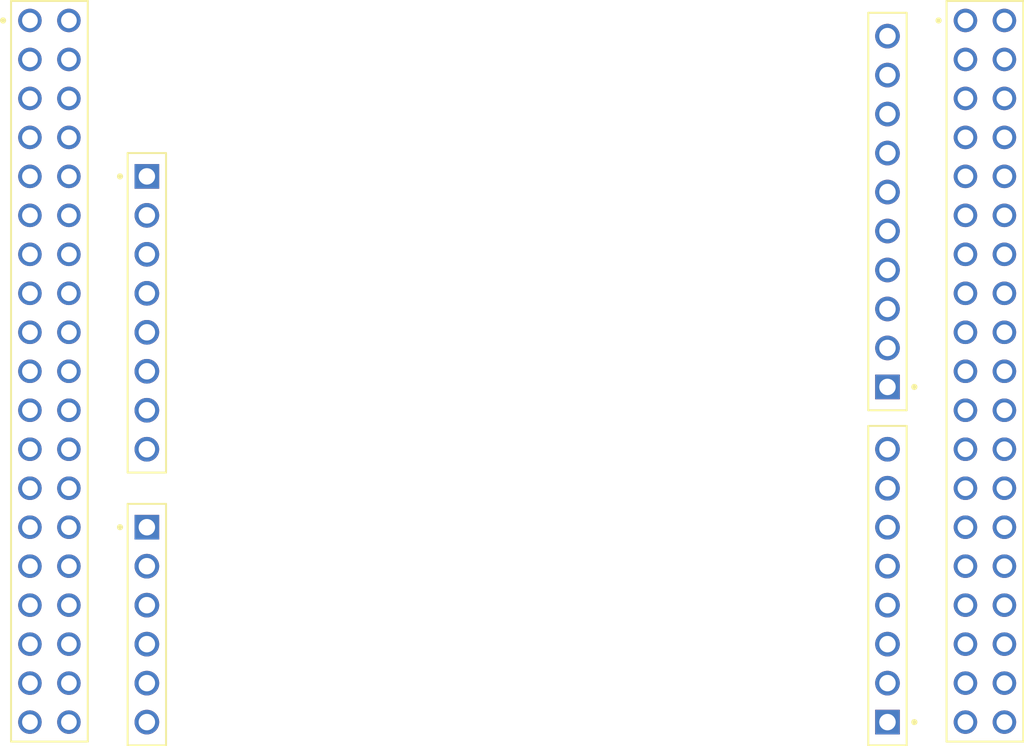
<source format=kicad_pcb>
(kicad_pcb (version 20171130) (host pcbnew 5.1.4)

  (general
    (thickness 1.6)
    (drawings 0)
    (tracks 0)
    (zones 0)
    (modules 1)
    (nets 65)
  )

  (page A4)
  (layers
    (0 F.Cu signal)
    (31 B.Cu signal)
    (32 B.Adhes user)
    (33 F.Adhes user)
    (34 B.Paste user)
    (35 F.Paste user)
    (36 B.SilkS user)
    (37 F.SilkS user)
    (38 B.Mask user)
    (39 F.Mask user)
    (40 Dwgs.User user)
    (41 Cmts.User user)
    (42 Eco1.User user)
    (43 Eco2.User user)
    (44 Edge.Cuts user)
    (45 Margin user)
    (46 B.CrtYd user)
    (47 F.CrtYd user)
    (48 B.Fab user)
    (49 F.Fab user)
  )

  (setup
    (last_trace_width 0.25)
    (trace_clearance 0.2)
    (zone_clearance 0.508)
    (zone_45_only no)
    (trace_min 0.2)
    (via_size 0.8)
    (via_drill 0.4)
    (via_min_size 0.4)
    (via_min_drill 0.3)
    (uvia_size 0.3)
    (uvia_drill 0.1)
    (uvias_allowed no)
    (uvia_min_size 0.2)
    (uvia_min_drill 0.1)
    (edge_width 0.05)
    (segment_width 0.2)
    (pcb_text_width 0.3)
    (pcb_text_size 1.5 1.5)
    (mod_edge_width 0.12)
    (mod_text_size 1 1)
    (mod_text_width 0.15)
    (pad_size 1.7 1.7)
    (pad_drill 1)
    (pad_to_mask_clearance 0.051)
    (solder_mask_min_width 0.25)
    (aux_axis_origin 0 0)
    (visible_elements FFFFFF7F)
    (pcbplotparams
      (layerselection 0x010fc_ffffffff)
      (usegerberextensions false)
      (usegerberattributes false)
      (usegerberadvancedattributes false)
      (creategerberjobfile false)
      (excludeedgelayer true)
      (linewidth 0.100000)
      (plotframeref false)
      (viasonmask false)
      (mode 1)
      (useauxorigin false)
      (hpglpennumber 1)
      (hpglpenspeed 20)
      (hpglpendiameter 15.000000)
      (psnegative false)
      (psa4output false)
      (plotreference true)
      (plotvalue true)
      (plotinvisibletext false)
      (padsonsilk false)
      (subtractmaskfromsilk false)
      (outputformat 1)
      (mirror false)
      (drillshape 0)
      (scaleselection 1)
      (outputdirectory "gerber/"))
  )

  (net 0 "")
  (net 1 GND)
  (net 2 PC0)
  (net 3 PC1)
  (net 4 PC2)
  (net 5 PB0)
  (net 6 VBAT)
  (net 7 PA4)
  (net 8 PH1)
  (net 9 PA1)
  (net 10 PH0)
  (net 11 PA0)
  (net 12 PC15)
  (net 13 PC14)
  (net 14 VIN)
  (net 15 PC13)
  (net 16 PB7)
  (net 17 5V)
  (net 18 PA15)
  (net 19 3V3)
  (net 20 PA14)
  (net 21 PA13)
  (net 22 IOREF)
  (net 23 BOOT0)
  (net 24 VDD)
  (net 25 PD2)
  (net 26 PC12)
  (net 27 PC11)
  (net 28 PC3)
  (net 29 PC10)
  (net 30 PA2)
  (net 31 PC4)
  (net 32 PA10)
  (net 33 AGND)
  (net 34 PB3)
  (net 35 PB13)
  (net 36 PB5)
  (net 37 PB14)
  (net 38 PB4)
  (net 39 PB15)
  (net 40 PB10)
  (net 41 PB1)
  (net 42 PA8)
  (net 43 PB2)
  (net 44 PA9)
  (net 45 PC7)
  (net 46 PB6)
  (net 47 PB12)
  (net 48 PA7)
  (net 49 PA11)
  (net 50 PA6)
  (net 51 PA12)
  (net 52 PA5)
  (net 53 AVDD)
  (net 54 PC5)
  (net 55 PB9)
  (net 56 PC6)
  (net 57 PB8)
  (net 58 PC8)
  (net 59 PA3)
  (net 60 PC9)
  (net 61 NRST)
  (net 62 U5V)
  (net 63 PB11)
  (net 64 E5V)

  (net_class Default "This is the default net class."
    (clearance 0.2)
    (trace_width 0.25)
    (via_dia 0.8)
    (via_drill 0.4)
    (uvia_dia 0.3)
    (uvia_drill 0.1)
    (add_net 3V3)
    (add_net 5V)
    (add_net AGND)
    (add_net AVDD)
    (add_net BOOT0)
    (add_net E5V)
    (add_net GND)
    (add_net IOREF)
    (add_net NRST)
    (add_net PA0)
    (add_net PA1)
    (add_net PA10)
    (add_net PA11)
    (add_net PA12)
    (add_net PA13)
    (add_net PA14)
    (add_net PA15)
    (add_net PA2)
    (add_net PA3)
    (add_net PA4)
    (add_net PA5)
    (add_net PA6)
    (add_net PA7)
    (add_net PA8)
    (add_net PA9)
    (add_net PB0)
    (add_net PB1)
    (add_net PB10)
    (add_net PB11)
    (add_net PB12)
    (add_net PB13)
    (add_net PB14)
    (add_net PB15)
    (add_net PB2)
    (add_net PB3)
    (add_net PB4)
    (add_net PB5)
    (add_net PB6)
    (add_net PB7)
    (add_net PB8)
    (add_net PB9)
    (add_net PC0)
    (add_net PC1)
    (add_net PC10)
    (add_net PC11)
    (add_net PC12)
    (add_net PC13)
    (add_net PC14)
    (add_net PC15)
    (add_net PC2)
    (add_net PC3)
    (add_net PC4)
    (add_net PC5)
    (add_net PC6)
    (add_net PC7)
    (add_net PC8)
    (add_net PC9)
    (add_net PD2)
    (add_net PH0)
    (add_net PH1)
    (add_net U5V)
    (add_net VBAT)
    (add_net VDD)
    (add_net VIN)
  )

  (module NUCLEO-F401RE:ST_NUCLEO-F401RE (layer F.Cu) (tedit 5DBDEEA4) (tstamp 5DBDE031)
    (at 152.146 86.614)
    (path /5DBFAB82)
    (fp_text reference A1 (at -0.162 0.6) (layer F.SilkS) hide
      (effects (font (size 1 1) (thickness 0.05)))
    )
    (fp_text value NUCLEO-F401RE (at -31.825 40.635) (layer F.SilkS) hide
      (effects (font (size 1 1) (thickness 0.05)))
    )
    (fp_line (start -25.38 -0.87) (end -25.38 19.95) (layer F.SilkS) (width 0.127))
    (fp_line (start -25.38 19.95) (end -22.88 19.95) (layer F.SilkS) (width 0.127))
    (fp_line (start -22.88 19.95) (end -22.88 -0.87) (layer F.SilkS) (width 0.127))
    (fp_line (start -22.88 -0.87) (end -25.38 -0.87) (layer F.SilkS) (width 0.127))
    (fp_line (start -25.38 -0.87) (end -25.38 19.95) (layer Eco2.User) (width 0.127))
    (fp_line (start -25.38 19.95) (end -22.88 19.95) (layer Eco2.User) (width 0.127))
    (fp_line (start -22.88 19.95) (end -22.88 -0.87) (layer Eco2.User) (width 0.127))
    (fp_line (start -22.88 -0.87) (end -25.38 -0.87) (layer Eco2.User) (width 0.127))
    (fp_circle (center -25.88 0.65) (end -25.78 0.65) (layer Eco2.User) (width 0.2))
    (fp_circle (center -25.88 0.65) (end -25.78 0.65) (layer F.SilkS) (width 0.2))
    (fp_line (start 25.38 37.73) (end 25.38 16.91) (layer F.SilkS) (width 0.127))
    (fp_line (start 25.38 16.91) (end 22.88 16.91) (layer F.SilkS) (width 0.127))
    (fp_line (start 22.88 16.91) (end 22.88 37.73) (layer F.SilkS) (width 0.127))
    (fp_line (start 22.88 37.73) (end 25.38 37.73) (layer F.SilkS) (width 0.127))
    (fp_line (start 25.38 37.73) (end 25.38 16.91) (layer Eco2.User) (width 0.127))
    (fp_line (start 25.38 16.91) (end 22.88 16.91) (layer Eco2.User) (width 0.127))
    (fp_line (start 22.88 16.91) (end 22.88 37.73) (layer Eco2.User) (width 0.127))
    (fp_line (start 22.88 37.73) (end 25.38 37.73) (layer Eco2.User) (width 0.127))
    (fp_circle (center 25.88 36.21) (end 25.98 36.21) (layer Eco2.User) (width 0.2))
    (fp_circle (center 25.88 36.21) (end 25.98 36.21) (layer F.SilkS) (width 0.2))
    (fp_line (start -25.38 21.99) (end -25.38 37.73) (layer F.SilkS) (width 0.127))
    (fp_line (start -25.38 37.73) (end -22.88 37.73) (layer F.SilkS) (width 0.127))
    (fp_line (start -22.88 37.73) (end -22.88 21.99) (layer F.SilkS) (width 0.127))
    (fp_line (start -22.88 21.99) (end -25.38 21.99) (layer F.SilkS) (width 0.127))
    (fp_line (start -25.38 21.99) (end -25.38 37.73) (layer Eco2.User) (width 0.127))
    (fp_line (start -25.38 37.73) (end -22.88 37.73) (layer Eco2.User) (width 0.127))
    (fp_line (start -22.88 37.73) (end -22.88 21.99) (layer Eco2.User) (width 0.127))
    (fp_line (start -22.88 21.99) (end -25.38 21.99) (layer Eco2.User) (width 0.127))
    (fp_circle (center -25.88 23.51) (end -25.78 23.51) (layer Eco2.User) (width 0.2))
    (fp_circle (center -25.88 23.51) (end -25.78 23.51) (layer F.SilkS) (width 0.2))
    (fp_line (start 25.38 15.89) (end 25.38 -10.01) (layer F.SilkS) (width 0.127))
    (fp_line (start 25.38 -10.01) (end 22.88 -10.01) (layer F.SilkS) (width 0.127))
    (fp_line (start 22.88 -10.01) (end 22.88 15.89) (layer F.SilkS) (width 0.127))
    (fp_line (start 22.88 15.89) (end 25.38 15.89) (layer F.SilkS) (width 0.127))
    (fp_line (start 25.38 15.89) (end 25.38 -10.01) (layer Eco2.User) (width 0.127))
    (fp_line (start 25.38 -10.01) (end 22.88 -10.01) (layer Eco2.User) (width 0.127))
    (fp_line (start 22.88 -10.01) (end 22.88 15.89) (layer Eco2.User) (width 0.127))
    (fp_line (start 22.88 15.89) (end 25.38 15.89) (layer Eco2.User) (width 0.127))
    (fp_circle (center 25.88 14.37) (end 25.98 14.37) (layer Eco2.User) (width 0.2))
    (fp_circle (center 25.88 14.37) (end 25.98 14.37) (layer F.SilkS) (width 0.2))
    (fp_line (start 27.98 -10.78) (end 27.98 37.48) (layer Eco2.User) (width 0.127))
    (fp_line (start 27.98 37.48) (end 32.98 37.48) (layer Eco2.User) (width 0.127))
    (fp_line (start 32.98 37.48) (end 32.98 -10.78) (layer Eco2.User) (width 0.127))
    (fp_line (start 32.98 -10.78) (end 27.98 -10.78) (layer Eco2.User) (width 0.127))
    (fp_line (start 27.98 -10.78) (end 27.98 37.48) (layer F.SilkS) (width 0.127))
    (fp_line (start 27.98 37.48) (end 32.98 37.48) (layer F.SilkS) (width 0.127))
    (fp_line (start 32.98 37.48) (end 32.98 -10.78) (layer F.SilkS) (width 0.127))
    (fp_line (start 32.98 -10.78) (end 27.98 -10.78) (layer F.SilkS) (width 0.127))
    (fp_line (start -32.98 -10.78) (end -32.98 37.48) (layer Eco2.User) (width 0.127))
    (fp_line (start -32.98 37.48) (end -27.98 37.48) (layer Eco2.User) (width 0.127))
    (fp_line (start -27.98 37.48) (end -27.98 -10.78) (layer Eco2.User) (width 0.127))
    (fp_line (start -27.98 -10.78) (end -32.98 -10.78) (layer Eco2.User) (width 0.127))
    (fp_line (start -32.98 -10.78) (end -32.98 37.48) (layer F.SilkS) (width 0.127))
    (fp_line (start -32.98 37.48) (end -27.98 37.48) (layer F.SilkS) (width 0.127))
    (fp_line (start -27.98 37.48) (end -27.98 -10.78) (layer F.SilkS) (width 0.127))
    (fp_line (start -27.98 -10.78) (end -32.98 -10.78) (layer F.SilkS) (width 0.127))
    (fp_circle (center -33.5 -9.51) (end -33.4 -9.51) (layer F.SilkS) (width 0.2))
    (fp_circle (center -33.5 -9.51) (end -33.4 -9.51) (layer Eco2.User) (width 0.2))
    (fp_circle (center 27.46 -9.51) (end 27.56 -9.51) (layer Eco2.User) (width 0.2))
    (fp_circle (center 27.46 -9.51) (end 27.56 -9.51) (layer F.SilkS) (width 0.2))
    (pad CN7_1 thru_hole circle (at -31.75 -9.51) (size 1.53 1.53) (drill 1.02) (layers *.Cu *.Mask)
      (net 29 PC10))
    (pad CN7_37 thru_hole circle (at -31.75 36.21) (size 1.53 1.53) (drill 1.02) (layers *.Cu *.Mask)
      (net 28 PC3))
    (pad CN7_2 thru_hole circle (at -29.21 -9.51) (size 1.53 1.53) (drill 1.02) (layers *.Cu *.Mask)
      (net 27 PC11))
    (pad CN7_3 thru_hole circle (at -31.75 -6.97) (size 1.53 1.53) (drill 1.02) (layers *.Cu *.Mask)
      (net 26 PC12))
    (pad CN7_4 thru_hole circle (at -29.21 -6.97) (size 1.53 1.53) (drill 1.02) (layers *.Cu *.Mask)
      (net 25 PD2))
    (pad CN7_5 thru_hole circle (at -31.75 -4.43) (size 1.53 1.53) (drill 1.02) (layers *.Cu *.Mask)
      (net 24 VDD))
    (pad CN7_6 thru_hole circle (at -29.21 -4.43) (size 1.53 1.53) (drill 1.02) (layers *.Cu *.Mask)
      (net 64 E5V))
    (pad CN7_7 thru_hole circle (at -31.75 -1.89) (size 1.53 1.53) (drill 1.02) (layers *.Cu *.Mask)
      (net 23 BOOT0))
    (pad CN7_8 thru_hole circle (at -29.21 -1.89) (size 1.53 1.53) (drill 1.02) (layers *.Cu *.Mask)
      (net 1 GND))
    (pad CN7_9 thru_hole circle (at -31.75 0.65) (size 1.53 1.53) (drill 1.02) (layers *.Cu *.Mask))
    (pad CN7_10 thru_hole circle (at -29.21 0.65) (size 1.53 1.53) (drill 1.02) (layers *.Cu *.Mask))
    (pad CN7_11 thru_hole circle (at -31.75 3.19) (size 1.53 1.53) (drill 1.02) (layers *.Cu *.Mask))
    (pad CN7_12 thru_hole circle (at -29.21 3.19) (size 1.53 1.53) (drill 1.02) (layers *.Cu *.Mask)
      (net 22 IOREF))
    (pad CN7_13 thru_hole circle (at -31.75 5.73) (size 1.53 1.53) (drill 1.02) (layers *.Cu *.Mask)
      (net 21 PA13))
    (pad CN7_14 thru_hole circle (at -29.21 5.73) (size 1.53 1.53) (drill 1.02) (layers *.Cu *.Mask)
      (net 61 NRST))
    (pad CN7_15 thru_hole circle (at -31.75 8.27) (size 1.53 1.53) (drill 1.02) (layers *.Cu *.Mask)
      (net 20 PA14))
    (pad CN7_16 thru_hole circle (at -29.21 8.27) (size 1.53 1.53) (drill 1.02) (layers *.Cu *.Mask)
      (net 19 3V3))
    (pad CN7_17 thru_hole circle (at -31.75 10.81) (size 1.53 1.53) (drill 1.02) (layers *.Cu *.Mask)
      (net 18 PA15))
    (pad CN7_18 thru_hole circle (at -29.21 10.81) (size 1.53 1.53) (drill 1.02) (layers *.Cu *.Mask)
      (net 17 5V))
    (pad CN7_19 thru_hole circle (at -31.75 13.35) (size 1.53 1.53) (drill 1.02) (layers *.Cu *.Mask)
      (net 1 GND))
    (pad CN7_20 thru_hole circle (at -29.21 13.35) (size 1.53 1.53) (drill 1.02) (layers *.Cu *.Mask)
      (net 1 GND))
    (pad CN7_21 thru_hole circle (at -31.75 15.89) (size 1.53 1.53) (drill 1.02) (layers *.Cu *.Mask)
      (net 16 PB7))
    (pad CN7_22 thru_hole circle (at -29.21 15.89) (size 1.53 1.53) (drill 1.02) (layers *.Cu *.Mask)
      (net 1 GND))
    (pad CN7_23 thru_hole circle (at -31.75 18.43) (size 1.53 1.53) (drill 1.02) (layers *.Cu *.Mask)
      (net 15 PC13))
    (pad CN7_24 thru_hole circle (at -29.21 18.43) (size 1.53 1.53) (drill 1.02) (layers *.Cu *.Mask)
      (net 14 VIN))
    (pad CN7_25 thru_hole circle (at -31.75 20.97) (size 1.53 1.53) (drill 1.02) (layers *.Cu *.Mask)
      (net 13 PC14))
    (pad CN7_26 thru_hole circle (at -29.21 20.97) (size 1.53 1.53) (drill 1.02) (layers *.Cu *.Mask))
    (pad CN7_27 thru_hole circle (at -31.75 23.51) (size 1.53 1.53) (drill 1.02) (layers *.Cu *.Mask)
      (net 12 PC15))
    (pad CN7_28 thru_hole circle (at -29.21 23.51) (size 1.53 1.53) (drill 1.02) (layers *.Cu *.Mask)
      (net 11 PA0))
    (pad CN7_29 thru_hole circle (at -31.75 26.05) (size 1.53 1.53) (drill 1.02) (layers *.Cu *.Mask)
      (net 10 PH0))
    (pad CN7_30 thru_hole circle (at -29.21 26.05) (size 1.53 1.53) (drill 1.02) (layers *.Cu *.Mask)
      (net 9 PA1))
    (pad CN7_31 thru_hole circle (at -31.75 28.59) (size 1.53 1.53) (drill 1.02) (layers *.Cu *.Mask)
      (net 8 PH1))
    (pad CN7_32 thru_hole circle (at -29.21 28.59) (size 1.53 1.53) (drill 1.02) (layers *.Cu *.Mask)
      (net 7 PA4))
    (pad CN7_33 thru_hole circle (at -31.75 31.13) (size 1.53 1.53) (drill 1.02) (layers *.Cu *.Mask)
      (net 6 VBAT))
    (pad CN7_34 thru_hole circle (at -29.21 31.13) (size 1.53 1.53) (drill 1.02) (layers *.Cu *.Mask)
      (net 5 PB0))
    (pad CN7_35 thru_hole circle (at -31.75 33.67) (size 1.53 1.53) (drill 1.02) (layers *.Cu *.Mask)
      (net 4 PC2))
    (pad CN7_36 thru_hole circle (at -29.21 33.67) (size 1.53 1.53) (drill 1.02) (layers *.Cu *.Mask)
      (net 3 PC1))
    (pad CN7_38 thru_hole circle (at -29.21 36.21) (size 1.53 1.53) (drill 1.02) (layers *.Cu *.Mask)
      (net 2 PC0))
    (pad CN10_1 thru_hole circle (at 29.21 -9.51) (size 1.53 1.53) (drill 1.02) (layers *.Cu *.Mask)
      (net 60 PC9))
    (pad CN10_37 thru_hole circle (at 29.21 36.21) (size 1.53 1.53) (drill 1.02) (layers *.Cu *.Mask)
      (net 59 PA3))
    (pad CN10_2 thru_hole circle (at 31.75 -9.51) (size 1.53 1.53) (drill 1.02) (layers *.Cu *.Mask)
      (net 58 PC8))
    (pad CN10_3 thru_hole circle (at 29.21 -6.97) (size 1.53 1.53) (drill 1.02) (layers *.Cu *.Mask)
      (net 57 PB8))
    (pad CN10_4 thru_hole circle (at 31.75 -6.97) (size 1.53 1.53) (drill 1.02) (layers *.Cu *.Mask)
      (net 56 PC6))
    (pad CN10_5 thru_hole circle (at 29.21 -4.43) (size 1.53 1.53) (drill 1.02) (layers *.Cu *.Mask)
      (net 55 PB9))
    (pad CN10_6 thru_hole circle (at 31.75 -4.43) (size 1.53 1.53) (drill 1.02) (layers *.Cu *.Mask)
      (net 54 PC5))
    (pad CN10_7 thru_hole circle (at 29.21 -1.89) (size 1.53 1.53) (drill 1.02) (layers *.Cu *.Mask)
      (net 53 AVDD))
    (pad CN10_8 thru_hole circle (at 31.75 -1.89) (size 1.53 1.53) (drill 1.02) (layers *.Cu *.Mask)
      (net 62 U5V))
    (pad CN10_9 thru_hole circle (at 29.21 0.65) (size 1.53 1.53) (drill 1.02) (layers *.Cu *.Mask)
      (net 1 GND))
    (pad CN10_10 thru_hole circle (at 31.75 0.65) (size 1.53 1.53) (drill 1.02) (layers *.Cu *.Mask))
    (pad CN10_11 thru_hole circle (at 29.21 3.19) (size 1.53 1.53) (drill 1.02) (layers *.Cu *.Mask)
      (net 52 PA5))
    (pad CN10_12 thru_hole circle (at 31.75 3.19) (size 1.53 1.53) (drill 1.02) (layers *.Cu *.Mask)
      (net 51 PA12))
    (pad CN10_13 thru_hole circle (at 29.21 5.73) (size 1.53 1.53) (drill 1.02) (layers *.Cu *.Mask)
      (net 50 PA6))
    (pad CN10_14 thru_hole circle (at 31.75 5.73) (size 1.53 1.53) (drill 1.02) (layers *.Cu *.Mask)
      (net 49 PA11))
    (pad CN10_15 thru_hole circle (at 29.21 8.27) (size 1.53 1.53) (drill 1.02) (layers *.Cu *.Mask)
      (net 48 PA7))
    (pad CN10_16 thru_hole circle (at 31.75 8.27) (size 1.53 1.53) (drill 1.02) (layers *.Cu *.Mask)
      (net 47 PB12))
    (pad CN10_17 thru_hole circle (at 29.21 10.81) (size 1.53 1.53) (drill 1.02) (layers *.Cu *.Mask)
      (net 46 PB6))
    (pad CN10_18 thru_hole circle (at 31.75 10.81) (size 1.53 1.53) (drill 1.02) (layers *.Cu *.Mask)
      (net 63 PB11))
    (pad CN10_19 thru_hole circle (at 29.21 13.35) (size 1.53 1.53) (drill 1.02) (layers *.Cu *.Mask)
      (net 45 PC7))
    (pad CN10_20 thru_hole circle (at 31.75 13.35) (size 1.53 1.53) (drill 1.02) (layers *.Cu *.Mask)
      (net 1 GND))
    (pad CN10_21 thru_hole circle (at 29.21 15.89) (size 1.53 1.53) (drill 1.02) (layers *.Cu *.Mask)
      (net 44 PA9))
    (pad CN10_22 thru_hole circle (at 31.75 15.89) (size 1.53 1.53) (drill 1.02) (layers *.Cu *.Mask)
      (net 43 PB2))
    (pad CN10_23 thru_hole circle (at 29.21 18.43) (size 1.53 1.53) (drill 1.02) (layers *.Cu *.Mask)
      (net 42 PA8))
    (pad CN10_24 thru_hole circle (at 31.75 18.43) (size 1.53 1.53) (drill 1.02) (layers *.Cu *.Mask)
      (net 41 PB1))
    (pad CN10_25 thru_hole circle (at 29.21 20.97) (size 1.53 1.53) (drill 1.02) (layers *.Cu *.Mask)
      (net 40 PB10))
    (pad CN10_26 thru_hole circle (at 31.75 20.97) (size 1.53 1.53) (drill 1.02) (layers *.Cu *.Mask)
      (net 39 PB15))
    (pad CN10_27 thru_hole circle (at 29.21 23.51) (size 1.53 1.53) (drill 1.02) (layers *.Cu *.Mask)
      (net 38 PB4))
    (pad CN10_28 thru_hole circle (at 31.75 23.51) (size 1.53 1.53) (drill 1.02) (layers *.Cu *.Mask)
      (net 37 PB14))
    (pad CN10_29 thru_hole circle (at 29.21 26.05) (size 1.53 1.53) (drill 1.02) (layers *.Cu *.Mask)
      (net 36 PB5))
    (pad CN10_30 thru_hole circle (at 31.75 26.05) (size 1.53 1.53) (drill 1.02) (layers *.Cu *.Mask)
      (net 35 PB13))
    (pad CN10_31 thru_hole circle (at 29.21 28.59) (size 1.53 1.53) (drill 1.02) (layers *.Cu *.Mask)
      (net 34 PB3))
    (pad CN10_32 thru_hole circle (at 31.75 28.59) (size 1.53 1.53) (drill 1.02) (layers *.Cu *.Mask)
      (net 33 AGND))
    (pad CN10_33 thru_hole circle (at 29.21 31.13) (size 1.53 1.53) (drill 1.02) (layers *.Cu *.Mask)
      (net 32 PA10))
    (pad CN10_34 thru_hole circle (at 31.75 31.13) (size 1.53 1.53) (drill 1.02) (layers *.Cu *.Mask)
      (net 31 PC4))
    (pad CN10_35 thru_hole circle (at 29.21 33.67) (size 1.53 1.53) (drill 1.02) (layers *.Cu *.Mask)
      (net 30 PA2))
    (pad CN10_36 thru_hole circle (at 31.75 33.67) (size 1.53 1.53) (drill 1.02) (layers *.Cu *.Mask))
    (pad CN10_38 thru_hole circle (at 31.75 36.21) (size 1.53 1.53) (drill 1.02) (layers *.Cu *.Mask))
    (pad CN6_1 thru_hole rect (at -24.13 0.65) (size 1.605 1.605) (drill 1.07) (layers *.Cu *.Mask))
    (pad CN6_2 thru_hole circle (at -24.13 3.19) (size 1.605 1.605) (drill 1.07) (layers *.Cu *.Mask))
    (pad CN6_3 thru_hole circle (at -24.13 5.73) (size 1.605 1.605) (drill 1.07) (layers *.Cu *.Mask))
    (pad CN6_4 thru_hole circle (at -24.13 8.27) (size 1.605 1.605) (drill 1.07) (layers *.Cu *.Mask))
    (pad CN6_5 thru_hole circle (at -24.13 10.81) (size 1.605 1.605) (drill 1.07) (layers *.Cu *.Mask))
    (pad CN6_6 thru_hole circle (at -24.13 13.35) (size 1.605 1.605) (drill 1.07) (layers *.Cu *.Mask))
    (pad CN6_7 thru_hole circle (at -24.13 15.89) (size 1.605 1.605) (drill 1.07) (layers *.Cu *.Mask))
    (pad CN6_8 thru_hole circle (at -24.13 18.43) (size 1.605 1.605) (drill 1.07) (layers *.Cu *.Mask))
    (pad CN9_1 thru_hole rect (at 24.13 36.21 180) (size 1.605 1.605) (drill 1.07) (layers *.Cu *.Mask))
    (pad CN9_2 thru_hole circle (at 24.13 33.67 180) (size 1.605 1.605) (drill 1.07) (layers *.Cu *.Mask))
    (pad CN9_3 thru_hole circle (at 24.13 31.13 180) (size 1.605 1.605) (drill 1.07) (layers *.Cu *.Mask))
    (pad CN9_4 thru_hole circle (at 24.13 28.59 180) (size 1.605 1.605) (drill 1.07) (layers *.Cu *.Mask))
    (pad CN9_5 thru_hole circle (at 24.13 26.05 180) (size 1.605 1.605) (drill 1.07) (layers *.Cu *.Mask))
    (pad CN9_6 thru_hole circle (at 24.13 23.51 180) (size 1.605 1.605) (drill 1.07) (layers *.Cu *.Mask))
    (pad CN9_7 thru_hole circle (at 24.13 20.97 180) (size 1.605 1.605) (drill 1.07) (layers *.Cu *.Mask))
    (pad CN9_8 thru_hole circle (at 24.13 18.43 180) (size 1.605 1.605) (drill 1.07) (layers *.Cu *.Mask))
    (pad CN8_1 thru_hole rect (at -24.13 23.51) (size 1.605 1.605) (drill 1.07) (layers *.Cu *.Mask))
    (pad CN8_2 thru_hole circle (at -24.13 26.05) (size 1.605 1.605) (drill 1.07) (layers *.Cu *.Mask))
    (pad CN8_3 thru_hole circle (at -24.13 28.59) (size 1.605 1.605) (drill 1.07) (layers *.Cu *.Mask))
    (pad CN8_4 thru_hole circle (at -24.13 31.13) (size 1.605 1.605) (drill 1.07) (layers *.Cu *.Mask))
    (pad CN8_5 thru_hole circle (at -24.13 33.67) (size 1.605 1.605) (drill 1.07) (layers *.Cu *.Mask))
    (pad CN8_6 thru_hole circle (at -24.13 36.21) (size 1.605 1.605) (drill 1.07) (layers *.Cu *.Mask))
    (pad CN5_1 thru_hole rect (at 24.13 14.37 180) (size 1.605 1.605) (drill 1.07) (layers *.Cu *.Mask))
    (pad CN5_2 thru_hole circle (at 24.13 11.83 180) (size 1.605 1.605) (drill 1.07) (layers *.Cu *.Mask))
    (pad CN5_3 thru_hole circle (at 24.13 9.29 180) (size 1.605 1.605) (drill 1.07) (layers *.Cu *.Mask))
    (pad CN5_4 thru_hole circle (at 24.13 6.75 180) (size 1.605 1.605) (drill 1.07) (layers *.Cu *.Mask))
    (pad CN5_5 thru_hole circle (at 24.13 4.21 180) (size 1.605 1.605) (drill 1.07) (layers *.Cu *.Mask))
    (pad CN5_6 thru_hole circle (at 24.13 1.67 180) (size 1.605 1.605) (drill 1.07) (layers *.Cu *.Mask))
    (pad CN5_7 thru_hole circle (at 24.13 -0.87 180) (size 1.605 1.605) (drill 1.07) (layers *.Cu *.Mask))
    (pad CN5_8 thru_hole circle (at 24.13 -3.41 180) (size 1.605 1.605) (drill 1.07) (layers *.Cu *.Mask))
    (pad CN5_9 thru_hole circle (at 24.13 -5.95 180) (size 1.605 1.605) (drill 1.07) (layers *.Cu *.Mask))
    (pad CN5_10 thru_hole circle (at 24.13 -8.49 180) (size 1.605 1.605) (drill 1.07) (layers *.Cu *.Mask))
  )

)

</source>
